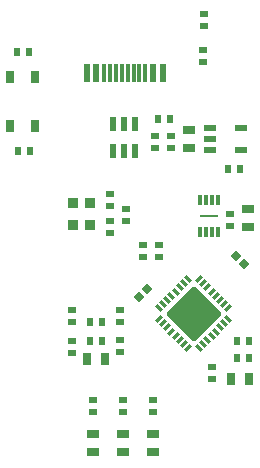
<source format=gtp>
G04*
G04 #@! TF.GenerationSoftware,Altium Limited,Altium Designer,21.7.2 (23)*
G04*
G04 Layer_Color=8421504*
%FSLAX25Y25*%
%MOIN*%
G70*
G04*
G04 #@! TF.SameCoordinates,D6489F60-8050-45FC-BC62-49AB9328694B*
G04*
G04*
G04 #@! TF.FilePolarity,Positive*
G04*
G01*
G75*
%ADD14R,0.06299X0.00787*%
%ADD15R,0.02756X0.02362*%
G04:AMPARAMS|DCode=16|XSize=23.62mil|YSize=27.56mil|CornerRadius=0mil|HoleSize=0mil|Usage=FLASHONLY|Rotation=45.000|XOffset=0mil|YOffset=0mil|HoleType=Round|Shape=Rectangle|*
%AMROTATEDRECTD16*
4,1,4,0.00139,-0.01810,-0.01810,0.00139,-0.00139,0.01810,0.01810,-0.00139,0.00139,-0.01810,0.0*
%
%ADD16ROTATEDRECTD16*%

G04:AMPARAMS|DCode=17|XSize=23.62mil|YSize=27.56mil|CornerRadius=0mil|HoleSize=0mil|Usage=FLASHONLY|Rotation=315.000|XOffset=0mil|YOffset=0mil|HoleType=Round|Shape=Rectangle|*
%AMROTATEDRECTD17*
4,1,4,-0.01810,-0.00139,0.00139,0.01810,0.01810,0.00139,-0.00139,-0.01810,-0.01810,-0.00139,0.0*
%
%ADD17ROTATEDRECTD17*%

%ADD18R,0.03150X0.03937*%
%ADD19R,0.02362X0.02756*%
G04:AMPARAMS|DCode=20|XSize=35.43mil|YSize=31.5mil|CornerRadius=1.58mil|HoleSize=0mil|Usage=FLASHONLY|Rotation=270.000|XOffset=0mil|YOffset=0mil|HoleType=Round|Shape=RoundedRectangle|*
%AMROUNDEDRECTD20*
21,1,0.03543,0.02835,0,0,270.0*
21,1,0.03228,0.03150,0,0,270.0*
1,1,0.00315,-0.01417,-0.01614*
1,1,0.00315,-0.01417,0.01614*
1,1,0.00315,0.01417,0.01614*
1,1,0.00315,0.01417,-0.01614*
%
%ADD20ROUNDEDRECTD20*%
%ADD21R,0.04134X0.02362*%
G04:AMPARAMS|DCode=22|XSize=9.84mil|YSize=27.56mil|CornerRadius=0.49mil|HoleSize=0mil|Usage=FLASHONLY|Rotation=135.000|XOffset=0mil|YOffset=0mil|HoleType=Round|Shape=RoundedRectangle|*
%AMROUNDEDRECTD22*
21,1,0.00984,0.02657,0,0,135.0*
21,1,0.00886,0.02756,0,0,135.0*
1,1,0.00098,0.00626,0.01253*
1,1,0.00098,0.01253,0.00626*
1,1,0.00098,-0.00626,-0.01253*
1,1,0.00098,-0.01253,-0.00626*
%
%ADD22ROUNDEDRECTD22*%
G04:AMPARAMS|DCode=23|XSize=9.84mil|YSize=27.56mil|CornerRadius=0.49mil|HoleSize=0mil|Usage=FLASHONLY|Rotation=225.000|XOffset=0mil|YOffset=0mil|HoleType=Round|Shape=RoundedRectangle|*
%AMROUNDEDRECTD23*
21,1,0.00984,0.02657,0,0,225.0*
21,1,0.00886,0.02756,0,0,225.0*
1,1,0.00098,-0.01253,0.00626*
1,1,0.00098,-0.00626,0.01253*
1,1,0.00098,0.01253,-0.00626*
1,1,0.00098,0.00626,-0.01253*
%
%ADD23ROUNDEDRECTD23*%
G04:AMPARAMS|DCode=24|XSize=135.83mil|YSize=135.83mil|CornerRadius=6.79mil|HoleSize=0mil|Usage=FLASHONLY|Rotation=225.000|XOffset=0mil|YOffset=0mil|HoleType=Round|Shape=RoundedRectangle|*
%AMROUNDEDRECTD24*
21,1,0.13583,0.12224,0,0,225.0*
21,1,0.12224,0.13583,0,0,225.0*
1,1,0.01358,-0.08644,0.00000*
1,1,0.01358,0.00000,0.08644*
1,1,0.01358,0.08644,0.00000*
1,1,0.01358,0.00000,-0.08644*
%
%ADD24ROUNDEDRECTD24*%
%ADD25R,0.01181X0.03543*%
%ADD26R,0.05709X0.00197*%
%ADD27R,0.02559X0.04134*%
%ADD28R,0.02362X0.05906*%
%ADD29R,0.01181X0.05906*%
%ADD30R,0.03937X0.03150*%
%ADD31R,0.02362X0.04724*%
D14*
X73047Y85815D02*
D03*
D15*
X45500Y87968D02*
D03*
Y84031D02*
D03*
X43500Y40532D02*
D03*
Y44469D02*
D03*
X27500Y54469D02*
D03*
Y50532D02*
D03*
X43500Y54469D02*
D03*
Y50532D02*
D03*
X27500Y40031D02*
D03*
Y43968D02*
D03*
X54500Y24468D02*
D03*
Y20531D02*
D03*
X44500Y24468D02*
D03*
Y20531D02*
D03*
X34500Y24468D02*
D03*
Y20531D02*
D03*
X74000Y35469D02*
D03*
Y31532D02*
D03*
X71000Y140969D02*
D03*
Y137031D02*
D03*
X71500Y149000D02*
D03*
Y152937D02*
D03*
X51000Y75968D02*
D03*
Y72031D02*
D03*
X56500Y75968D02*
D03*
Y72031D02*
D03*
X60500Y108531D02*
D03*
Y112469D02*
D03*
X55000Y108531D02*
D03*
Y112469D02*
D03*
X40000Y89000D02*
D03*
Y92937D02*
D03*
Y83969D02*
D03*
Y80032D02*
D03*
X80000Y86468D02*
D03*
Y82531D02*
D03*
D16*
X49608Y58608D02*
D03*
X52392Y61392D02*
D03*
D17*
X82108Y72392D02*
D03*
X84892Y69608D02*
D03*
D18*
X80547Y31500D02*
D03*
X86453D02*
D03*
X32547Y38000D02*
D03*
X38453D02*
D03*
D19*
X33531Y50500D02*
D03*
X37468D02*
D03*
X33531Y44000D02*
D03*
X37468D02*
D03*
X9532Y107500D02*
D03*
X13468D02*
D03*
X59969Y118000D02*
D03*
X56032D02*
D03*
X79532Y101500D02*
D03*
X83469D02*
D03*
X86468Y44000D02*
D03*
X82531D02*
D03*
X12968Y140500D02*
D03*
X9031D02*
D03*
X86468Y38500D02*
D03*
X82531D02*
D03*
D20*
X27646Y90142D02*
D03*
Y82858D02*
D03*
X33354Y90142D02*
D03*
Y82858D02*
D03*
D21*
X73283Y115240D02*
D03*
Y111500D02*
D03*
Y107760D02*
D03*
X83716D02*
D03*
Y115240D02*
D03*
D22*
X56394Y51381D02*
D03*
X57786Y49989D02*
D03*
X59178Y48597D02*
D03*
X60570Y47205D02*
D03*
X61962Y45813D02*
D03*
X63354Y44421D02*
D03*
X64745Y43029D02*
D03*
X66137Y41637D02*
D03*
X79500Y55000D02*
D03*
X78108Y56392D02*
D03*
X76716Y57784D02*
D03*
X75324Y59176D02*
D03*
X73932Y60568D02*
D03*
X72540Y61960D02*
D03*
X71148Y63352D02*
D03*
X69756Y64744D02*
D03*
D23*
Y41637D02*
D03*
X71148Y43029D02*
D03*
X72540Y44421D02*
D03*
X73932Y45813D02*
D03*
X75324Y47205D02*
D03*
X76716Y48597D02*
D03*
X78108Y49989D02*
D03*
X79500Y51381D02*
D03*
X66137Y64744D02*
D03*
X64745Y63352D02*
D03*
X63354Y61960D02*
D03*
X61962Y60568D02*
D03*
X60570Y59176D02*
D03*
X59178Y57784D02*
D03*
X57786Y56392D02*
D03*
X56394Y55000D02*
D03*
D24*
X67947Y53190D02*
D03*
D25*
X70095Y91130D02*
D03*
X72063D02*
D03*
X74032D02*
D03*
X76000D02*
D03*
X70095Y80500D02*
D03*
X72063D02*
D03*
X74032D02*
D03*
X76000D02*
D03*
D26*
X73047Y85815D02*
D03*
D27*
X15232Y132169D02*
D03*
Y115831D02*
D03*
X6768Y132169D02*
D03*
Y115831D02*
D03*
D28*
X54449Y133280D02*
D03*
X57598D02*
D03*
X32402D02*
D03*
X35551D02*
D03*
D29*
X51890D02*
D03*
X49921D02*
D03*
X47953D02*
D03*
X38110D02*
D03*
X40079D02*
D03*
X42047D02*
D03*
X44016D02*
D03*
X45984D02*
D03*
D30*
X54500Y12953D02*
D03*
Y7047D02*
D03*
X44500Y12953D02*
D03*
Y7047D02*
D03*
X34500Y12953D02*
D03*
Y7047D02*
D03*
X66500Y114453D02*
D03*
Y108547D02*
D03*
X86000Y82047D02*
D03*
Y87953D02*
D03*
D31*
X41020Y107445D02*
D03*
X44760D02*
D03*
X48500D02*
D03*
Y116500D02*
D03*
X44760D02*
D03*
X41020D02*
D03*
M02*

</source>
